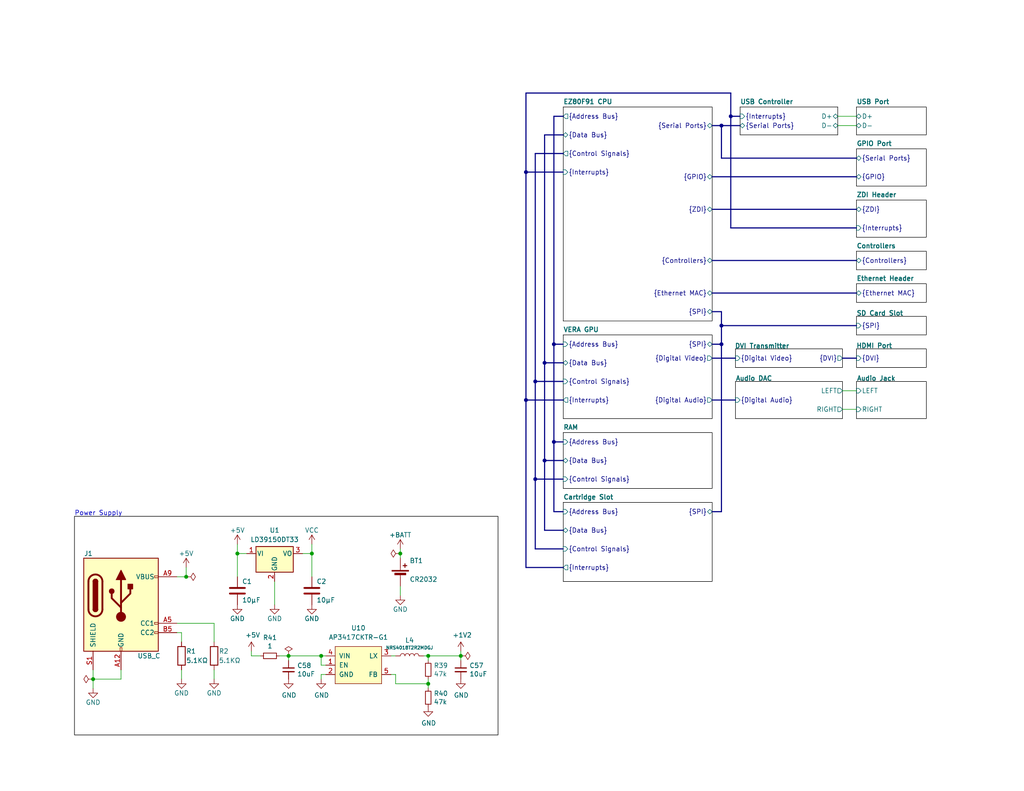
<source format=kicad_sch>
(kicad_sch (version 20230121) (generator eeschema)
  (paper "USLetter")
  (lib_symbols
    (symbol "Turaco:AP3417CKTR-G1" (pin_names (offset 1.016))
      (property "Reference" "U" (at 6.35 3.81 0))
      (property "Value" "AP3417CKTR-G1" (at 6.35 1.27 0))
      (symbol "AP3417CKTR-G1_0_1"
        (rectangle (start 0 0) (end 12.7 -10.16) (fill (type background)))
      )
      (symbol "AP3417CKTR-G1_1_1"
        (pin input line (at -2.54 -5.08 0) (length 2.54) (name "EN") (number "1"))
        (pin power_in line (at -2.54 -7.62 0) (length 2.54) (name "GND") (number "2"))
        (pin output line (at 15.24 -2.54 180) (length 2.54) (name "LX") (number "3"))
        (pin power_in line (at -2.54 -2.54 0) (length 2.54) (name "VIN") (number "4"))
        (pin input line (at 15.24 -7.62 180) (length 2.54) (name "FB") (number "5"))
      )
    )
    (symbol "Turaco:Battery_Cell" (pin_numbers hide) (pin_names (offset 0) hide)
      (property "Reference" "BT" (at 2.54 2.54 0))
      (property "Value" "Battery_Cell" (at 2.54 0 0))
      (symbol "Battery_Cell_0_1"
        (rectangle (start -2.286 1.778) (end 2.286 1.524) (fill (type outline)))
        (rectangle (start -1.524 1.016) (end 1.524 0.508) (fill (type outline)))
        (polyline (pts (xy 0 0.762) (xy 0 0)))
        (polyline (pts (xy 0 1.778) (xy 0 2.54)))
        (polyline (pts (xy 0.762 3.048) (xy 1.778 3.048)) (stroke (width 0.254)))
        (polyline (pts (xy 1.27 3.556) (xy 1.27 2.54)) (stroke (width 0.254)))
      )
      (symbol "Battery_Cell_1_1"
        (pin passive line (at 0 5.08 270) (length 2.54) (name "+") (number "1"))
        (pin passive line (at 0 -2.54 90) (length 2.54) (name "-") (number "2"))
      )
    )
    (symbol "Turaco:C" (pin_numbers hide) (pin_names (offset 0.254))
      (property "Reference" "C" (at 0.635 2.54 0))
      (property "Value" "C" (at 0.635 -2.54 0))
      (symbol "C_0_1"
        (polyline (pts (xy -2.032 -0.762) (xy 2.032 -0.762)) (stroke (width 0.508)))
        (polyline (pts (xy -2.032 0.762) (xy 2.032 0.762)) (stroke (width 0.508)))
      )
      (symbol "C_1_1"
        (pin passive line (at 0 3.81 270) (length 2.794) (name "~") (number "1"))
        (pin passive line (at 0 -3.81 90) (length 2.794) (name "~") (number "2"))
      )
    )
    (symbol "Turaco:C_Small" (pin_numbers hide) (pin_names (offset 0.254) hide)
      (property "Reference" "C" (at 0.254 1.778 0))
      (property "Value" "C_Small" (at 0.254 -2.032 0))
      (symbol "C_Small_0_1"
        (polyline (pts (xy -1.524 -0.508) (xy 1.524 -0.508)) (stroke (width 0.3302)))
        (polyline (pts (xy -1.524 0.508) (xy 1.524 0.508)) (stroke (width 0.3048)))
      )
      (symbol "C_Small_1_1"
        (pin passive line (at 0 2.54 270) (length 2.032) (name "~") (number "1"))
        (pin passive line (at 0 -2.54 90) (length 2.032) (name "~") (number "2"))
      )
    )
    (symbol "Turaco:L" (pin_numbers hide) (pin_names (offset 1.016) hide)
      (property "Reference" "L" (at -1.27 0 90))
      (property "Value" "L" (at 1.905 0 90))
      (symbol "L_0_1"
        (arc (start 0 -2.54) (mid 0.6323 -1.905) (end 0 -1.27))
        (arc (start 0 -1.27) (mid 0.6323 -0.635) (end 0 0))
        (arc (start 0 0) (mid 0.6323 0.635) (end 0 1.27))
        (arc (start 0 1.27) (mid 0.6323 1.905) (end 0 2.54))
      )
      (symbol "L_1_1"
        (pin passive line (at 0 3.81 270) (length 1.27) (name "1") (number "1"))
        (pin passive line (at 0 -3.81 90) (length 1.27) (name "2") (number "2"))
      )
    )
    (symbol "Turaco:LD39150DT33" (pin_names (offset 0.254))
      (property "Reference" "U" (at -3.81 3.175 0))
      (property "Value" "LD39150DT33" (at 0 3.175 0))
      (symbol "LD39150DT33_0_1"
        (rectangle (start -5.08 -5.08) (end 5.08 1.905) (stroke (width 0.254)) (fill (type background)))
      )
      (symbol "LD39150DT33_1_1"
        (pin power_in line (at -7.62 0 0) (length 2.54) (name "VI") (number "1"))
        (pin power_in line (at 0 -7.62 90) (length 2.54) (name "GND") (number "2"))
        (pin power_out line (at 7.62 0 180) (length 2.54) (name "VO") (number "3"))
      )
    )
    (symbol "Turaco:R" (pin_numbers hide) (pin_names (offset 0))
      (property "Reference" "R" (at 2.032 0 90))
      (property "Value" "R" (at 0 0 90))
      (symbol "R_0_1"
        (rectangle (start -1.016 -2.54) (end 1.016 2.54) (stroke (width 0.254)))
      )
      (symbol "R_1_1"
        (pin passive line (at 0 3.81 270) (length 1.27) (name "~") (number "1"))
        (pin passive line (at 0 -3.81 90) (length 1.27) (name "~") (number "2"))
      )
    )
    (symbol "Turaco:R_Small" (pin_numbers hide) (pin_names (offset 0.254) hide)
      (property "Reference" "R" (at 0.762 0.508 0))
      (property "Value" "R_Small" (at 0.762 -1.016 0))
      (symbol "R_Small_0_1"
        (rectangle (start -0.762 1.778) (end 0.762 -1.778) (stroke (width 0.2032)))
      )
      (symbol "R_Small_1_1"
        (pin passive line (at 0 2.54 270) (length 0.762) (name "~") (number "1"))
        (pin passive line (at 0 -2.54 90) (length 0.762) (name "~") (number "2"))
      )
    )
    (symbol "Turaco:USB_C_Receptacle_PowerOnly_6P" (pin_names (offset 1.016))
      (property "Reference" "J" (at 0 16.51 0))
      (property "Value" "USB_C_Receptacle_PowerOnly_6P" (at 0 13.97 0))
      (symbol "USB_C_Receptacle_PowerOnly_6P_0_0"
        (rectangle (start -0.254 -12.7) (end 0.254 -11.684))
        (rectangle (start 10.16 -7.366) (end 9.144 -7.874))
        (rectangle (start 10.16 -4.826) (end 9.144 -5.334))
        (rectangle (start 10.16 7.874) (end 9.144 7.366))
      )
      (symbol "USB_C_Receptacle_PowerOnly_6P_0_1"
        (rectangle (start -10.16 12.7) (end 10.16 -12.7) (stroke (width 0.254)) (fill (type background)))
        (arc (start -8.89 -1.27) (mid -6.985 -3.1667) (end -5.08 -1.27) (stroke (width 0.508)))
        (arc (start -7.62 -1.27) (mid -6.985 -1.9023) (end -6.35 -1.27) (stroke (width 0.254)))
        (arc (start -7.62 -1.27) (mid -6.985 -1.9023) (end -6.35 -1.27) (stroke (width 0.254)) (fill (type outline)))
        (rectangle (start -7.62 -1.27) (end -6.35 6.35) (stroke (width 0.254)) (fill (type outline)))
        (arc (start -6.35 6.35) (mid -6.985 6.9823) (end -7.62 6.35) (stroke (width 0.254)))
        (arc (start -6.35 6.35) (mid -6.985 6.9823) (end -7.62 6.35) (stroke (width 0.254)) (fill (type outline)))
        (arc (start -5.08 6.35) (mid -6.985 8.2467) (end -8.89 6.35) (stroke (width 0.508)))
        (circle (center -2.54 3.683) (radius 0.635) (stroke (width 0.254)) (fill (type outline)))
        (circle (center 0 -3.302) (radius 1.27) (fill (type outline)))
        (polyline (pts (xy -8.89 -1.27) (xy -8.89 6.35)) (stroke (width 0.508)))
        (polyline (pts (xy -5.08 6.35) (xy -5.08 -1.27)) (stroke (width 0.508)))
        (polyline (pts (xy 0 -3.302) (xy 0 6.858)) (stroke (width 0.508)))
        (polyline (pts (xy 0 -0.762) (xy -2.54 1.778) (xy -2.54 3.048)) (stroke (width 0.508)))
        (polyline (pts (xy 0 0.508) (xy 2.54 3.048) (xy 2.54 4.318)) (stroke (width 0.508)))
        (polyline (pts (xy -1.27 6.858) (xy 0 9.398) (xy 1.27 6.858) (xy -1.27 6.858)) (stroke (width 0.254)) (fill (type outline)))
        (rectangle (start 1.905 4.318) (end 3.175 5.588) (stroke (width 0.254)) (fill (type outline)))
      )
      (symbol "USB_C_Receptacle_PowerOnly_6P_1_1"
        (pin passive line (at 0 -17.78 90) (length 5.08) (name "GND") (number "A12"))
        (pin bidirectional line (at 15.24 -5.08 180) (length 5.08) (name "CC1") (number "A5"))
        (pin passive line (at 15.24 7.62 180) (length 5.08) (name "VBUS") (number "A9"))
        (pin passive line (at 0 -17.78 90) (length 5.08) hide (name "GND") (number "B12"))
        (pin bidirectional line (at 15.24 -7.62 180) (length 5.08) (name "CC2") (number "B5"))
        (pin passive line (at 15.24 7.62 180) (length 5.08) hide (name "VBUS") (number "B9"))
        (pin passive line (at -7.62 -17.78 90) (length 5.08) (name "SHIELD") (number "S1"))
      )
    )
    (symbol "power:+1V2" (power) (pin_names (offset 0))
      (property "Value" "+1V2" (at 0 3.556 0))
      (symbol "+1V2_0_1"
        (polyline (pts (xy -0.762 1.27) (xy 0 2.54)))
        (polyline (pts (xy 0 0) (xy 0 2.54)))
        (polyline (pts (xy 0 2.54) (xy 0.762 1.27)))
      )
      (symbol "+1V2_1_1"
        (pin power_in line (at 0 0 90) (length 0) hide (name "+1V2") (number "1"))
      )
    )
    (symbol "power:+5V" (power) (pin_names (offset 0))
      (property "Value" "+5V" (at 0 3.556 0))
      (symbol "+5V_0_1"
        (polyline (pts (xy -0.762 1.27) (xy 0 2.54)))
        (polyline (pts (xy 0 0) (xy 0 2.54)))
        (polyline (pts (xy 0 2.54) (xy 0.762 1.27)))
      )
      (symbol "+5V_1_1"
        (pin power_in line (at 0 0 90) (length 0) hide (name "+5V") (number "1"))
      )
    )
    (symbol "power:+BATT" (power) (pin_names (offset 0))
      (property "Value" "+BATT" (at 0 3.556 0))
      (symbol "+BATT_0_1"
        (polyline (pts (xy -0.762 1.27) (xy 0 2.54)))
        (polyline (pts (xy 0 0) (xy 0 2.54)))
        (polyline (pts (xy 0 2.54) (xy 0.762 1.27)))
      )
      (symbol "+BATT_1_1"
        (pin power_in line (at 0 0 90) (length 0) hide (name "+BATT") (number "1"))
      )
    )
    (symbol "power:GND" (power) (pin_names (offset 0))
      (property "Value" "GND" (at 0 -3.81 0))
      (symbol "GND_0_1"
        (polyline (pts (xy 0 0) (xy 0 -1.27) (xy 1.27 -1.27) (xy 0 -2.54) (xy -1.27 -1.27) (xy 0 -1.27)))
      )
      (symbol "GND_1_1"
        (pin power_in line (at 0 0 270) (length 0) hide (name "GND") (number "1"))
      )
    )
    (symbol "power:PWR_FLAG" (power) (pin_numbers hide) (pin_names (offset 0) hide)
      (property "Value" "PWR_FLAG" (at 0 3.81 0))
      (symbol "PWR_FLAG_0_0"
        (pin power_out line (at 0 0 90) (length 0) (name "pwr") (number "1"))
      )
      (symbol "PWR_FLAG_0_1"
        (polyline (pts (xy 0 0) (xy 0 1.27) (xy -1.016 1.905) (xy 0 2.54) (xy 1.016 1.905) (xy 0 1.27)))
      )
    )
    (symbol "power:VCC" (power) (pin_names (offset 0))
      (property "Value" "VCC" (at 0 3.81 0))
      (symbol "VCC_0_1"
        (polyline (pts (xy -0.762 1.27) (xy 0 2.54)))
        (polyline (pts (xy 0 0) (xy 0 2.54)))
        (polyline (pts (xy 0 2.54) (xy 0.762 1.27)))
      )
      (symbol "VCC_1_1"
        (pin power_in line (at 0 0 90) (length 0) hide (name "VCC") (number "1"))
      )
    )
  )
  (bus_alias "RGBHV Video" (members "RED" "GREEN" "BLUE" "HSYNC" "VSYNC"))
  (junction (at 85.09 151.13))
  (junction (at 199.39 31.75))
  (junction (at 148.59 99.06))
  (junction (at 148.59 125.73))
  (junction (at 25.4 185.42))
  (junction (at 109.22 151.13))
  (junction (at 143.51 109.22))
  (junction (at 87.63 179.07))
  (junction (at 196.85 34.29))
  (junction (at 151.13 120.65))
  (junction (at 116.84 179.07))
  (junction (at 64.77 151.13))
  (junction (at 196.85 93.98))
  (junction (at 78.74 179.07))
  (junction (at 143.51 46.99))
  (junction (at 146.05 104.14))
  (junction (at 146.05 130.81))
  (junction (at 125.73 179.07))
  (junction (at 151.13 93.98))
  (junction (at 116.84 186.69))
  (junction (at 50.8 157.48))
  (junction (at 196.85 88.9))
  (bus (pts (xy 194.31 139.7) (xy 196.85 139.7)))
  (wire (pts (xy 33.02 182.88) (xy 33.02 185.42)))
  (bus (pts (xy 151.13 93.98) (xy 153.67 93.98)))
  (wire (pts (xy 109.22 149.86) (xy 109.22 151.13)))
  (wire (pts (xy 50.8 154.94) (xy 50.8 157.48)))
  (bus (pts (xy 146.05 130.81) (xy 153.67 130.81)))
  (wire (pts (xy 58.42 185.42) (xy 58.42 182.88)))
  (wire (pts (xy 64.77 151.13) (xy 67.31 151.13)))
  (bus (pts (xy 143.51 25.4) (xy 143.51 46.99)))
  (bus (pts (xy 151.13 31.75) (xy 153.67 31.75)))
  (bus (pts (xy 229.87 97.79) (xy 233.68 97.79)))
  (wire (pts (xy 107.95 184.15) (xy 107.95 186.69)))
  (wire (pts (xy 87.63 184.15) (xy 87.63 185.42)))
  (bus (pts (xy 199.39 31.75) (xy 201.93 31.75)))
  (bus (pts (xy 196.85 43.18) (xy 233.68 43.18)))
  (bus (pts (xy 148.59 36.83) (xy 153.67 36.83)))
  (wire (pts (xy 25.4 182.88) (xy 25.4 185.42)))
  (wire (pts (xy 58.42 170.18) (xy 58.42 175.26)))
  (wire (pts (xy 88.9 184.15) (xy 87.63 184.15)))
  (bus (pts (xy 196.85 34.29) (xy 201.93 34.29)))
  (wire (pts (xy 109.22 151.13) (xy 109.22 152.4)))
  (bus (pts (xy 194.31 93.98) (xy 196.85 93.98)))
  (bus (pts (xy 146.05 130.81) (xy 146.05 149.86)))
  (bus (pts (xy 199.39 31.75) (xy 199.39 62.23)))
  (bus (pts (xy 148.59 36.83) (xy 148.59 99.06)))
  (wire (pts (xy 87.63 181.61) (xy 87.63 179.07)))
  (bus (pts (xy 194.31 97.79) (xy 200.66 97.79)))
  (wire (pts (xy 78.74 179.07) (xy 76.2 179.07)))
  (bus (pts (xy 194.31 48.26) (xy 233.68 48.26)))
  (bus (pts (xy 196.85 88.9) (xy 196.85 93.98)))
  (wire (pts (xy 116.84 179.07) (xy 125.73 179.07)))
  (wire (pts (xy 48.26 172.72) (xy 49.53 172.72)))
  (bus (pts (xy 196.85 93.98) (xy 196.85 139.7)))
  (bus (pts (xy 194.31 57.15) (xy 233.68 57.15)))
  (wire (pts (xy 107.95 186.69) (xy 116.84 186.69)))
  (wire (pts (xy 64.77 148.59) (xy 64.77 151.13)))
  (wire (pts (xy 49.53 185.42) (xy 49.53 182.88)))
  (bus (pts (xy 146.05 41.91) (xy 153.67 41.91)))
  (bus (pts (xy 151.13 120.65) (xy 151.13 139.7)))
  (wire (pts (xy 25.4 185.42) (xy 33.02 185.42)))
  (bus (pts (xy 151.13 31.75) (xy 151.13 93.98)))
  (bus (pts (xy 194.31 85.09) (xy 196.85 85.09)))
  (bus (pts (xy 146.05 41.91) (xy 146.05 104.14)))
  (bus (pts (xy 148.59 99.06) (xy 153.67 99.06)))
  (bus (pts (xy 148.59 99.06) (xy 148.59 125.73)))
  (bus (pts (xy 143.51 25.4) (xy 199.39 25.4)))
  (bus (pts (xy 194.31 34.29) (xy 196.85 34.29)))
  (wire (pts (xy 229.87 106.68) (xy 233.68 106.68)))
  (bus (pts (xy 146.05 104.14) (xy 153.67 104.14)))
  (bus (pts (xy 143.51 109.22) (xy 153.67 109.22)))
  (bus (pts (xy 148.59 125.73) (xy 153.67 125.73)))
  (wire (pts (xy 85.09 151.13) (xy 85.09 157.48)))
  (wire (pts (xy 229.87 111.76) (xy 233.68 111.76)))
  (bus (pts (xy 151.13 139.7) (xy 153.67 139.7)))
  (wire (pts (xy 109.22 160.02) (xy 109.22 162.56)))
  (bus (pts (xy 199.39 25.4) (xy 199.39 31.75)))
  (bus (pts (xy 148.59 144.78) (xy 153.67 144.78)))
  (bus (pts (xy 151.13 120.65) (xy 153.67 120.65)))
  (bus (pts (xy 196.85 85.09) (xy 196.85 88.9)))
  (wire (pts (xy 25.4 185.42) (xy 25.4 187.96)))
  (wire (pts (xy 116.84 186.69) (xy 116.84 187.96)))
  (wire (pts (xy 125.73 177.8) (xy 125.73 179.07)))
  (bus (pts (xy 146.05 149.86) (xy 153.67 149.86)))
  (bus (pts (xy 143.51 109.22) (xy 143.51 154.94)))
  (wire (pts (xy 116.84 186.69) (xy 116.84 185.42)))
  (wire (pts (xy 88.9 181.61) (xy 87.63 181.61)))
  (bus (pts (xy 194.31 80.01) (xy 233.68 80.01)))
  (wire (pts (xy 115.57 179.07) (xy 116.84 179.07)))
  (wire (pts (xy 64.77 151.13) (xy 64.77 157.48)))
  (wire (pts (xy 85.09 148.59) (xy 85.09 151.13)))
  (wire (pts (xy 88.9 179.07) (xy 87.63 179.07)))
  (bus (pts (xy 143.51 46.99) (xy 143.51 109.22)))
  (wire (pts (xy 87.63 179.07) (xy 78.74 179.07)))
  (wire (pts (xy 82.55 151.13) (xy 85.09 151.13)))
  (wire (pts (xy 116.84 179.07) (xy 116.84 180.34)))
  (bus (pts (xy 196.85 88.9) (xy 233.68 88.9)))
  (wire (pts (xy 106.68 179.07) (xy 107.95 179.07)))
  (wire (pts (xy 74.93 165.1) (xy 74.93 158.75)))
  (bus (pts (xy 194.31 71.12) (xy 233.68 71.12)))
  (wire (pts (xy 228.6 31.75) (xy 233.68 31.75)))
  (wire (pts (xy 78.74 179.07) (xy 78.74 180.34)))
  (wire (pts (xy 48.26 170.18) (xy 58.42 170.18)))
  (bus (pts (xy 151.13 93.98) (xy 151.13 120.65)))
  (wire (pts (xy 71.12 179.07) (xy 68.58 179.07)))
  (bus (pts (xy 199.39 62.23) (xy 233.68 62.23)))
  (bus (pts (xy 194.31 109.22) (xy 200.66 109.22)))
  (wire (pts (xy 228.6 34.29) (xy 233.68 34.29)))
  (wire (pts (xy 50.8 157.48) (xy 48.26 157.48)))
  (bus (pts (xy 143.51 154.94) (xy 153.67 154.94)))
  (bus (pts (xy 146.05 104.14) (xy 146.05 130.81)))
  (bus (pts (xy 196.85 34.29) (xy 196.85 43.18)))
  (wire (pts (xy 125.73 179.07) (xy 125.73 180.34)))
  (bus (pts (xy 148.59 125.73) (xy 148.59 144.78)))
  (wire (pts (xy 106.68 184.15) (xy 107.95 184.15)))
  (wire (pts (xy 49.53 172.72) (xy 49.53 175.26)))
  (bus (pts (xy 143.51 46.99) (xy 153.67 46.99)))
  (wire (pts (xy 68.58 179.07) (xy 68.58 177.8)))
  (rectangle (start 20.32 140.97) (end 135.89 200.66) (stroke (width 0) (color 0 0 0 1)))
  (text "Power Supply" (at 20.32 140.97 0) (effects (font (size 1.27 1.27)) (justify left bottom)))
  (symbol (lib_id "power:GND") (at 125.73 185.42 0) (unit 1)
    (property "Reference" "#PWR0144" (effects hide))
    (property "Value" "GND" (at 125.857 189.8142 0))
  )
  (symbol (lib_id "power:GND") (at 87.63 185.42 0) (unit 1)
    (property "Reference" "#PWR0147" (effects hide))
    (property "Value" "GND" (at 87.757 189.8142 0))
  )
  (symbol (lib_id "power:PWR_FLAG") (at 109.22 151.13 90) (unit 1)
    (property "Reference" "#FLG06" (effects hide))
    (property "Value" "PWR_FLAG" (effects hide))
  )
  (symbol (lib_id "power:GND") (at 109.22 162.56 0) (unit 1)
    (property "Reference" "#PWR011" (effects hide))
    (property "Value" "GND" (at 109.22 166.37 0))
  )
  (symbol (lib_id "Turaco:L") (at 111.76 179.07 90) (unit 1)
    (property "Reference" "L4" (at 111.76 174.8028 90))
    (property "Value" "NRS4018T2R2MDGJ" (at 111.76 176.8348 90) (effects (font (size 0.889 0.889))))
  )
  (symbol (lib_id "Turaco:C") (at 85.09 161.29 0) (unit 1)
    (property "Reference" "C2" (at 86.36 158.7499 0) (effects (justify left)))
    (property "Value" "10µF" (at 86.36 163.8299 0) (effects (justify left)))
  )
  (symbol (lib_id "power:PWR_FLAG") (at 25.4 185.42 90) (unit 1)
    (property "Reference" "#FLG01" (effects hide))
    (property "Value" "PWR_FLAG" (effects hide))
  )
  (symbol (lib_id "Turaco:LD39150DT33") (at 74.93 151.13 0) (unit 1)
    (property "Reference" "U1" (at 74.93 144.78 0))
    (property "Value" "LD39150DT33" (at 74.93 147.32 0))
    (property "Datasheet" "https://www.st.com/resource/en/datasheet/ld39150.pdf" (effects hide))
  )
  (symbol (lib_id "power:PWR_FLAG") (at 125.73 179.07 270) (unit 1)
    (property "Reference" "#FLG09" (effects hide))
    (property "Value" "PWR_FLAG" (effects hide))
  )
  (symbol (lib_id "power:GND") (at 25.4 187.96 0) (unit 1)
    (property "Reference" "#PWR01" (effects hide))
    (property "Value" "GND" (at 25.4 191.77 0))
  )
  (symbol (lib_id "power:VCC") (at 85.09 148.59 0) (unit 1)
    (property "Reference" "#PWR08" (effects hide))
    (property "Value" "VCC" (at 85.09 144.78 0))
  )
  (symbol (lib_id "Turaco:R_Small") (at 73.66 179.07 270) (unit 1)
    (property "Reference" "R41" (at 73.66 174.0916 90))
    (property "Value" "1" (at 73.66 176.403 90))
  )
  (symbol (lib_id "Turaco:R_Small") (at 116.84 190.5 0) (unit 1)
    (property "Reference" "R40" (at 118.3386 189.3316 0) (effects (justify left)))
    (property "Value" "47k" (at 118.3386 191.643 0) (effects (justify left)))
  )
  (symbol (lib_id "power:GND") (at 64.77 165.1 0) (unit 1)
    (property "Reference" "#PWR06" (effects hide))
    (property "Value" "GND" (at 64.77 168.91 0))
  )
  (symbol (lib_id "power:+1V2") (at 125.73 177.8 0) (unit 1)
    (property "Reference" "#PWR0143" (effects hide))
    (property "Value" "+1V2" (at 126.111 173.4058 0))
  )
  (symbol (lib_id "Turaco:R") (at 49.53 179.07 0) (unit 1)
    (property "Reference" "R1" (at 50.8 177.7999 0) (effects (justify left)))
    (property "Value" "5.1KΩ" (at 50.8 180.3399 0) (effects (justify left)))
  )
  (symbol (lib_id "power:GND") (at 78.74 185.42 0) (unit 1)
    (property "Reference" "#PWR0146" (effects hide))
    (property "Value" "GND" (at 78.867 189.8142 0))
  )
  (symbol (lib_id "Turaco:C_Small") (at 125.73 182.88 0) (unit 1)
    (property "Reference" "C57" (at 128.0668 181.7116 0) (effects (justify left)))
    (property "Value" "10uF" (at 128.0668 184.023 0) (effects (justify left)))
  )
  (symbol (lib_id "Turaco:C") (at 64.77 161.29 0) (unit 1)
    (property "Reference" "C1" (at 66.04 158.7499 0) (effects (justify left)))
    (property "Value" "10µF" (at 66.04 163.8299 0) (effects (justify left)))
  )
  (symbol (lib_id "power:GND") (at 49.53 185.42 0) (unit 1)
    (property "Reference" "#PWR02" (effects hide))
    (property "Value" "GND" (at 49.53 189.23 0))
  )
  (symbol (lib_id "power:+5V") (at 64.77 148.59 0) (unit 1)
    (property "Reference" "#PWR05" (effects hide))
    (property "Value" "+5V" (at 64.77 144.78 0))
  )
  (symbol (lib_id "Turaco:C_Small") (at 78.74 182.88 0) (unit 1)
    (property "Reference" "C58" (at 81.0768 181.7116 0) (effects (justify left)))
    (property "Value" "10uF" (at 81.0768 184.023 0) (effects (justify left)))
  )
  (symbol (lib_id "power:GND") (at 58.42 185.42 0) (unit 1)
    (property "Reference" "#PWR04" (effects hide))
    (property "Value" "GND" (at 58.42 189.23 0))
  )
  (symbol (lib_id "power:+5V") (at 50.8 154.94 0) (unit 1)
    (property "Reference" "#PWR03" (effects hide))
    (property "Value" "+5V" (at 50.8 151.13 0))
  )
  (symbol (lib_id "Turaco:Battery_Cell") (at 109.22 157.48 0) (unit 1)
    (property "Reference" "BT1" (at 111.76 153.0984 0) (effects (justify left)))
    (property "Value" "CR2032" (at 111.76 158.1784 0) (effects (justify left)))
  )
  (symbol (lib_id "power:+5V") (at 68.58 177.8 0) (unit 1)
    (property "Reference" "#PWR0145" (effects hide))
    (property "Value" "+5V" (at 68.961 173.4058 0))
  )
  (symbol (lib_id "power:GND") (at 116.84 193.04 0) (unit 1)
    (property "Reference" "#PWR0142" (effects hide))
    (property "Value" "GND" (at 116.967 197.4342 0))
  )
  (symbol (lib_id "power:PWR_FLAG") (at 50.8 157.48 270) (unit 1)
    (property "Reference" "#FLG02" (effects hide))
    (property "Value" "PWR_FLAG" (effects hide))
  )
  (symbol (lib_id "power:+BATT") (at 109.22 149.86 0) (unit 1)
    (property "Reference" "#PWR010" (effects hide))
    (property "Value" "+BATT" (at 109.22 146.05 0))
  )
  (symbol (lib_id "Turaco:AP3417CKTR-G1") (at 91.44 176.53 0) (unit 1)
    (property "Reference" "U10" (at 97.79 171.45 0))
    (property "Value" "AP3417CKTR-G1" (at 97.79 173.99 0))
  )
  (symbol (lib_id "Turaco:R") (at 58.42 179.07 0) (unit 1)
    (property "Reference" "R2" (at 59.69 177.7999 0) (effects (justify left)))
    (property "Value" "5.1KΩ" (at 59.69 180.3399 0) (effects (justify left)))
  )
  (symbol (lib_id "power:PWR_FLAG") (at 78.74 179.07 0) (unit 1)
    (property "Reference" "#FLG07" (effects hide))
    (property "Value" "PWR_FLAG" (effects hide))
  )
  (symbol (lib_id "Turaco:R_Small") (at 116.84 182.88 0) (unit 1)
    (property "Reference" "R39" (at 118.3386 181.7116 0) (effects (justify left)))
    (property "Value" "47k" (at 118.3386 184.023 0) (effects (justify left)))
  )
  (symbol (lib_id "Turaco:USB_C_Receptacle_PowerOnly_6P") (at 33.02 165.1 0) (unit 1)
    (property "Reference" "J1" (at 24.13 151.13 0))
    (property "Value" "USB_C" (at 40.64 179.07 0))
    (property "Datasheet" "https://www.usb.org/sites/default/files/documents/usb_type-c.zip" (effects hide))
  )
  (symbol (lib_id "power:GND") (at 74.93 165.1 0) (unit 1)
    (property "Reference" "#PWR07" (effects hide))
    (property "Value" "GND" (at 74.93 168.91 0))
  )
  (symbol (lib_id "power:GND") (at 85.09 165.1 0) (unit 1)
    (property "Reference" "#PWR09" (effects hide))
    (property "Value" "GND" (at 85.09 168.91 0))
  )
  (sheet (at 233.68 40.64) (size 19.05 10.16) (stroke (width 0.1524) (color 0 0 0 1)) (fill (color 255 255 255 1.0000))
    (property "Sheetname" "GPIO Port" (at 233.68 39.9284 0) (effects (font bold) (justify left bottom)))
    (property "Sheetfile" "gpio.kicad_sch" (effects hide))
    (pin "{GPIO}" bidirectional (at 233.68 48.26 180))
    (pin "{Serial Ports}" bidirectional (at 233.68 43.18 180))
  )
  (sheet (at 233.68 68.58) (size 19.05 5.08) (stroke (width 0.1524) (color 0 0 0 1)) (fill (color 255 255 255 1.0000))
    (property "Sheetname" "Controllers" (at 233.68 67.8684 0) (effects (font bold) (justify left bottom)))
    (property "Sheetfile" "controllers.kicad_sch" (effects hide))
    (pin "{Controllers}" bidirectional (at 233.68 71.12 180))
  )
  (sheet (at 200.66 104.14) (size 29.21 10.16) (stroke (width 0.1524) (color 0 0 0 1)) (fill (color 255 255 255 1.0000))
    (property "Sheetname" "Audio DAC" (at 200.6767 104.0342 0) (effects (font bold) (justify left bottom)))
    (property "Sheetfile" "audio_dac.kicad_sch" (effects hide))
    (pin "RIGHT" output (at 229.87 111.76 0))
    (pin "LEFT" output (at 229.87 106.68 0))
    (pin "{Digital Audio}" input (at 200.66 109.22 180))
  )
  (sheet (at 201.93 29.21) (size 26.67 7.62) (stroke (width 0.1524) (color 0 0 0 1)) (fill (color 255 255 255 1.0000))
    (property "Sheetname" "USB Controller" (at 201.93 28.4984 0) (effects (font bold) (justify left bottom)))
    (property "Sheetfile" "usb_controller.kicad_sch" (effects hide))
    (pin "D+" bidirectional (at 228.6 31.75 0))
    (pin "D-" bidirectional (at 228.6 34.29 0))
    (pin "{Interrupts}" input (at 201.93 31.75 180))
    (pin "{Serial Ports}" bidirectional (at 201.93 34.29 180))
  )
  (sheet (at 233.68 95.25) (size 19.05 5.08) (stroke (width 0.1524) (color 0 0 0 1)) (fill (color 255 255 255 1.0000))
    (property "Sheetname" "HDMI Port" (at 233.6014 95.106 0) (effects (font bold) (justify left bottom)))
    (property "Sheetfile" "hdmi_port.kicad_sch" (effects hide))
    (pin "{DVI}" input (at 233.68 97.79 180))
  )
  (sheet (at 233.68 104.14) (size 19.05 10.16) (stroke (width 0.1524) (color 0 0 0 1)) (fill (color 255 255 255 1.0000))
    (property "Sheetname" "Audio Jack" (at 233.7383 104.0342 0) (effects (font bold) (justify left bottom)))
    (property "Sheetfile" "audio_jack.kicad_sch" (effects hide))
    (pin "RIGHT" input (at 233.68 111.76 180))
    (pin "LEFT" input (at 233.68 106.68 180))
  )
  (sheet (at 153.67 137.16) (size 40.64 21.59) (stroke (width 0.1524) (color 0 0 0 1)) (fill (color 255 255 255 1.0000))
    (property "Sheetname" "Cartridge Slot" (at 153.67 136.4484 0) (effects (font bold) (justify left bottom)))
    (property "Sheetfile" "cart_slot.kicad_sch" (effects hide))
    (pin "{Data Bus}" bidirectional (at 153.67 144.78 180))
    (pin "{Address Bus}" input (at 153.67 139.7 180))
    (pin "{Control Signals}" input (at 153.67 149.86 180))
    (pin "{Interrupts}" output (at 153.67 154.94 180))
    (pin "{SPI}" bidirectional (at 194.31 139.7 0))
  )
  (sheet (at 233.68 29.21) (size 19.05 7.62) (stroke (width 0.1524) (color 0 0 0 1)) (fill (color 255 255 255 1.0000))
    (property "Sheetname" "USB Port" (at 233.68 28.4984 0) (effects (font bold) (justify left bottom)))
    (property "Sheetfile" "usb_port.kicad_sch" (effects hide))
    (pin "D+" bidirectional (at 233.68 31.75 180))
    (pin "D-" bidirectional (at 233.68 34.29 180))
  )
  (sheet (at 153.67 91.44) (size 40.64 22.86) (stroke (width 0.1524) (color 0 0 0 1)) (fill (color 255 255 255 1.0000))
    (property "Sheetname" "VERA GPU" (at 153.67 90.7284 0) (effects (font bold) (justify left bottom)))
    (property "Sheetfile" "vera.kicad_sch" (effects hide))
    (pin "{Data Bus}" bidirectional (at 153.67 99.06 180))
    (pin "{Address Bus}" input (at 153.67 93.98 180))
    (pin "{Interrupts}" output (at 153.67 109.22 180))
    (pin "{Digital Video}" output (at 194.31 97.79 0))
    (pin "{Digital Audio}" output (at 194.31 109.22 0))
    (pin "{Control Signals}" input (at 153.67 104.14 180))
    (pin "{SPI}" bidirectional (at 194.31 93.98 0))
  )
  (sheet (at 200.66 95.25) (size 29.21 5.08) (stroke (width 0.1524) (color 0 0 0 1)) (fill (color 255 255 255 1.0000))
    (property "Sheetname" "DVI Transmitter" (at 200.4634 95.1823 0) (effects (font bold) (justify left bottom)))
    (property "Sheetfile" "dvi_transmitter.kicad_sch" (effects hide))
    (pin "{Digital Video}" input (at 200.66 97.79 180))
    (pin "{DVI}" output (at 229.87 97.79 0))
  )
  (sheet (at 153.67 118.11) (size 40.64 15.24) (stroke (width 0.1524) (color 0 0 0 1)) (fill (color 255 255 255 1.0000))
    (property "Sheetname" "RAM" (at 153.67 117.3984 0) (effects (font bold) (justify left bottom)))
    (property "Sheetfile" "ram.kicad_sch" (effects hide))
    (pin "{Address Bus}" input (at 153.67 120.65 180))
    (pin "{Control Signals}" input (at 153.67 130.81 180))
    (pin "{Data Bus}" bidirectional (at 153.67 125.73 180))
  )
  (sheet (at 233.68 77.47) (size 19.05 5.08) (stroke (width 0.1524) (color 0 0 0 1)) (fill (color 255 255 255 1.0000))
    (property "Sheetname" "Ethernet Header" (at 233.68 76.7584 0) (effects (font bold) (justify left bottom)))
    (property "Sheetfile" "ethernet_header.kicad_sch" (effects hide))
    (pin "{Ethernet MAC}" bidirectional (at 233.68 80.01 180))
  )
  (sheet (at 233.68 54.61) (size 19.05 10.16) (stroke (width 0.1524) (color 0 0 0 1)) (fill (color 255 255 255 1.0000))
    (property "Sheetname" "ZDI Header" (at 233.68 53.8984 0) (effects (font bold) (justify left bottom)))
    (property "Sheetfile" "zdi_header.kicad_sch" (effects hide))
    (pin "{ZDI}" bidirectional (at 233.68 57.15 180))
    (pin "{Interrupts}" input (at 233.68 62.23 180))
  )
  (sheet (at 153.67 29.21) (size 40.64 58.42) (stroke (width 0.1524) (color 0 0 0 1)) (fill (color 255 255 255 1.0000))
    (property "Sheetname" "EZ80F91 CPU" (at 153.67 28.4984 0) (effects (font bold) (justify left bottom)))
    (property "Sheetfile" "cpu.kicad_sch" (effects hide))
    (pin "{Address Bus}" output (at 153.67 31.75 180))
    (pin "{Interrupts}" input (at 153.67 46.99 180))
    (pin "{Control Signals}" output (at 153.67 41.91 180))
    (pin "{Data Bus}" bidirectional (at 153.67 36.83 180))
    (pin "{GPIO}" bidirectional (at 194.31 48.26 0))
    (pin "{SPI}" bidirectional (at 194.31 85.09 0))
    (pin "{Ethernet MAC}" bidirectional (at 194.31 80.01 0))
    (pin "{Serial Ports}" bidirectional (at 194.31 34.29 0))
    (pin "{ZDI}" bidirectional (at 194.31 57.15 0))
    (pin "{Controllers}" bidirectional (at 194.31 71.12 0))
  )
  (sheet (at 233.68 86.36) (size 19.05 5.08) (stroke (width 0.1524) (color 0 0 0 1)) (fill (color 255 255 255 1.0000))
    (property "Sheetname" "SD Card Slot" (at 233.6555 86.2318 0) (effects (font bold) (justify left bottom)))
    (property "Sheetfile" "sd_card.kicad_sch" (effects hide))
    (pin "{SPI}" input (at 233.68 88.9 180))
  )
)
</source>
